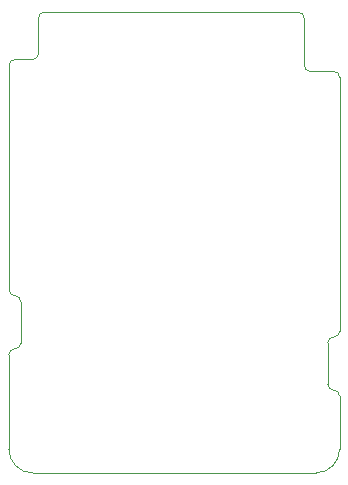
<source format=gbr>
%TF.GenerationSoftware,KiCad,Pcbnew,7.0.9-7.0.9~ubuntu23.10.1*%
%TF.CreationDate,2024-01-10T03:53:02+01:00*%
%TF.ProjectId,LED_poi,4c45445f-706f-4692-9e6b-696361645f70,A*%
%TF.SameCoordinates,Original*%
%TF.FileFunction,Profile,NP*%
%FSLAX46Y46*%
G04 Gerber Fmt 4.6, Leading zero omitted, Abs format (unit mm)*
G04 Created by KiCad (PCBNEW 7.0.9-7.0.9~ubuntu23.10.1) date 2024-01-10 03:53:02*
%MOMM*%
%LPD*%
G01*
G04 APERTURE LIST*
%TA.AperFunction,Profile*%
%ADD10C,0.100000*%
%TD*%
G04 APERTURE END LIST*
D10*
X106000000Y-73000000D02*
X106000000Y-51500000D01*
X78000000Y-69500000D02*
X78000000Y-50500000D01*
X81000000Y-46000000D02*
G75*
G03*
X80500000Y-46500000I0J-500000D01*
G01*
X104000000Y-85000000D02*
G75*
G03*
X106000000Y-83000000I0J2000000D01*
G01*
X78000000Y-69500000D02*
G75*
G03*
X78500000Y-70000000I500000J0D01*
G01*
X102500000Y-46000000D02*
X81000000Y-46000000D01*
X105000000Y-77500000D02*
X105000000Y-74000000D01*
X103000000Y-46500000D02*
G75*
G03*
X102500000Y-46000000I-500000J0D01*
G01*
X106000000Y-51500000D02*
G75*
G03*
X105500000Y-51000000I-500000J0D01*
G01*
X80500000Y-46500000D02*
X80500000Y-49500000D01*
X78500000Y-50000000D02*
G75*
G03*
X78000000Y-50500000I0J-500000D01*
G01*
X105500000Y-73500000D02*
G75*
G03*
X105000000Y-74000000I0J-500000D01*
G01*
X79000000Y-70500000D02*
G75*
G03*
X78500000Y-70000000I-500000J0D01*
G01*
X78500000Y-74500000D02*
G75*
G03*
X78000000Y-75000000I0J-500000D01*
G01*
X80000000Y-50000000D02*
X78500000Y-50000000D01*
X105000000Y-77500000D02*
G75*
G03*
X105500000Y-78000000I500000J0D01*
G01*
X79000000Y-74000000D02*
X79000000Y-70500000D01*
X80000000Y-50000000D02*
G75*
G03*
X80500000Y-49500000I0J500000D01*
G01*
X78500000Y-74500000D02*
G75*
G03*
X79000000Y-74000000I0J500000D01*
G01*
X105500000Y-73500000D02*
G75*
G03*
X106000000Y-73000000I0J500000D01*
G01*
X105500000Y-51000000D02*
X103500000Y-51000000D01*
X80000000Y-85000000D02*
X104000000Y-85000000D01*
X106000000Y-78500000D02*
X106000000Y-83000000D01*
X78000000Y-83000000D02*
G75*
G03*
X80000000Y-85000000I2000000J0D01*
G01*
X106000000Y-78500000D02*
G75*
G03*
X105500000Y-78000000I-500000J0D01*
G01*
X103000000Y-50500000D02*
X103000000Y-46500000D01*
X78000000Y-75000000D02*
X78000000Y-83000000D01*
X103000000Y-50500000D02*
G75*
G03*
X103500000Y-51000000I500000J0D01*
G01*
M02*

</source>
